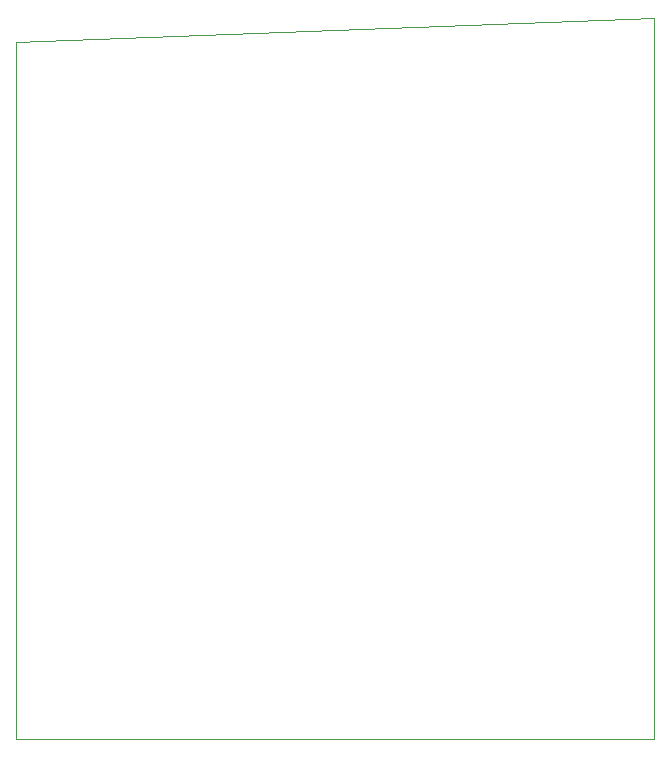
<source format=gbr>
G04 #@! TF.GenerationSoftware,KiCad,Pcbnew,9.0.4*
G04 #@! TF.CreationDate,2026-02-01T17:43:42+05:30*
G04 #@! TF.ProjectId,Classdamp ltversion,436c6173-7364-4616-9d70-206c74766572,rev?*
G04 #@! TF.SameCoordinates,Original*
G04 #@! TF.FileFunction,Profile,NP*
%FSLAX46Y46*%
G04 Gerber Fmt 4.6, Leading zero omitted, Abs format (unit mm)*
G04 Created by KiCad (PCBNEW 9.0.4) date 2026-02-01 17:43:42*
%MOMM*%
%LPD*%
G01*
G04 APERTURE LIST*
G04 #@! TA.AperFunction,Profile*
%ADD10C,0.050000*%
G04 #@! TD*
G04 APERTURE END LIST*
D10*
X174000000Y-58000000D02*
X120000000Y-60000000D01*
X174000000Y-119000000D02*
X174000000Y-58000000D01*
X120000000Y-60000000D02*
X120000000Y-119000000D01*
X120000000Y-119000000D02*
X174000000Y-119000000D01*
M02*

</source>
